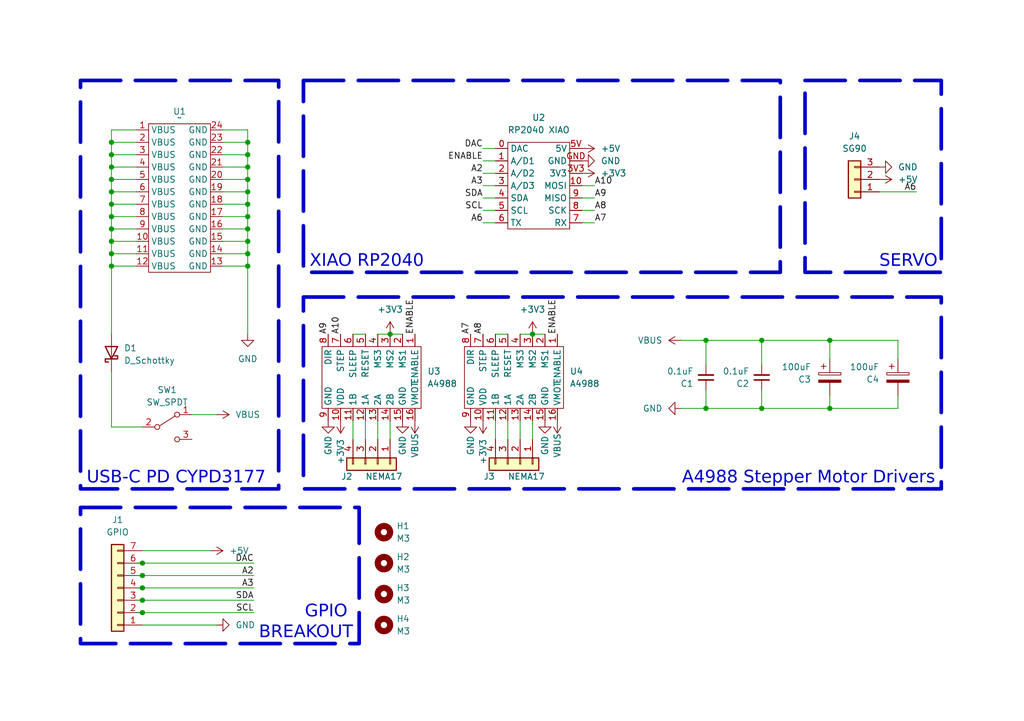
<source format=kicad_sch>
(kicad_sch (version 20230121) (generator eeschema)
  (paper "A5")
  (title_block (title "Blot Control Board") (date "2023-09-22") (rev "v1.20") (company "Hugo Hu"))
  (lib_symbols
    (symbol "Blot:A4988"
      (property "Reference" "U" (at 0 0 0))
      (property "Value" "A4988" (at 0 0 0))
      (symbol "A4988_0_1"
        (rectangle (start -6.35 -1.27) (end 6.35 -21.59))
      )
      (symbol "A4988_1_1"
        (pin input line (at -8.89 -2.54 0) (length 2.54) (name "ENABLE") (number "1"))
        (pin input line (at 8.89 -17.78 180) (length 2.54) (name "VDD") (number "10"))
        (pin input line (at 8.89 -15.24 180) (length 2.54) (name "1B") (number "11"))
        (pin input line (at 8.89 -12.7 180) (length 2.54) (name "1A") (number "12"))
        (pin input line (at 8.89 -10.16 180) (length 2.54) (name "2A") (number "13"))
        (pin input line (at 8.89 -7.62 180) (length 2.54) (name "2B") (number "14"))
        (pin input line (at 8.89 -5.08 180) (length 2.54) (name "GND") (number "15"))
        (pin input line (at 8.89 -2.54 180) (length 2.54) (name "VMOT") (number "16"))
        (pin input line (at -8.89 -5.08 0) (length 2.54) (name "MS1") (number "2"))
        (pin input line (at -8.89 -7.62 0) (length 2.54) (name "MS2") (number "3"))
        (pin input line (at -8.89 -10.16 0) (length 2.54) (name "MS3") (number "4"))
        (pin input line (at -8.89 -12.7 0) (length 2.54) (name "RESET") (number "5"))
        (pin input line (at -8.89 -15.24 0) (length 2.54) (name "SLEEP") (number "6"))
        (pin input line (at -8.89 -17.78 0) (length 2.54) (name "STEP") (number "7"))
        (pin input line (at -8.89 -20.32 0) (length 2.54) (name "DIR") (number "8"))
        (pin input line (at 8.89 -20.32 180) (length 2.54) (name "GND") (number "9"))
      )
    )
    (symbol "Blot:XIAO_RP2040"
      (property "Reference" "U" (at 0 0 0))
      (property "Value" "RP2040 XIAO" (at 0 0 0))
      (symbol "XIAO_RP2040_0_1"
        (rectangle (start -6.35 -1.27) (end 6.35 -19.05))
      )
      (symbol "XIAO_RP2040_1_1"
        (pin input line (at -8.89 -2.54 0) (length 2.54) (name "DAC") (number "0"))
        (pin input line (at -8.89 -5.08 0) (length 2.54) (name "A/D1") (number "1"))
        (pin input line (at 8.89 -10.16 180) (length 2.54) (name "MOSI") (number "10"))
        (pin input line (at -8.89 -7.62 0) (length 2.54) (name "A/D2") (number "2"))
        (pin input line (at -8.89 -10.16 0) (length 2.54) (name "A/D3") (number "3"))
        (pin input line (at 8.89 -7.62 180) (length 2.54) (name "3V3") (number "3V3"))
        (pin input line (at -8.89 -12.7 0) (length 2.54) (name "SDA") (number "4"))
        (pin input line (at -8.89 -15.24 0) (length 2.54) (name "SCL") (number "5"))
        (pin input line (at 8.89 -2.54 180) (length 2.54) (name "5V") (number "5V"))
        (pin input line (at -8.89 -17.78 0) (length 2.54) (name "TX") (number "6"))
        (pin input line (at 8.89 -17.78 180) (length 2.54) (name "RX") (number "7"))
        (pin input line (at 8.89 -15.24 180) (length 2.54) (name "SCK") (number "8"))
        (pin input line (at 8.89 -12.7 180) (length 2.54) (name "MISO") (number "9"))
        (pin input line (at 8.89 -5.08 180) (length 2.54) (name "GND") (number "GND"))
      )
    )
    (symbol "Connector_Generic:Conn_01x03" (pin_names (offset 1.016) hide)
      (property "Reference" "J" (at 0 5.08 0))
      (property "Value" "Conn_01x03" (at 0 -5.08 0))
      (symbol "Conn_01x03_1_1"
        (rectangle (start -1.27 -2.413) (end 0 -2.667) (stroke (width 0.1524)))
        (rectangle (start -1.27 0.127) (end 0 -0.127) (stroke (width 0.1524)))
        (rectangle (start -1.27 2.667) (end 0 2.413) (stroke (width 0.1524)))
        (rectangle (start -1.27 3.81) (end 1.27 -3.81) (stroke (width 0.254)) (fill (type background)))
        (pin passive line (at -5.08 2.54 0) (length 3.81) (name "Pin_1") (number "1"))
        (pin passive line (at -5.08 0 0) (length 3.81) (name "Pin_2") (number "2"))
        (pin passive line (at -5.08 -2.54 0) (length 3.81) (name "Pin_3") (number "3"))
      )
    )
    (symbol "Connector_Generic:Conn_01x04" (pin_names (offset 1.016) hide)
      (property "Reference" "J" (at 0 5.08 0))
      (property "Value" "Conn_01x04" (at 0 -7.62 0))
      (symbol "Conn_01x04_1_1"
        (rectangle (start -1.27 -4.953) (end 0 -5.207) (stroke (width 0.1524)))
        (rectangle (start -1.27 -2.413) (end 0 -2.667) (stroke (width 0.1524)))
        (rectangle (start -1.27 0.127) (end 0 -0.127) (stroke (width 0.1524)))
        (rectangle (start -1.27 2.667) (end 0 2.413) (stroke (width 0.1524)))
        (rectangle (start -1.27 3.81) (end 1.27 -6.35) (stroke (width 0.254)) (fill (type background)))
        (pin passive line (at -5.08 2.54 0) (length 3.81) (name "Pin_1") (number "1"))
        (pin passive line (at -5.08 0 0) (length 3.81) (name "Pin_2") (number "2"))
        (pin passive line (at -5.08 -2.54 0) (length 3.81) (name "Pin_3") (number "3"))
        (pin passive line (at -5.08 -5.08 0) (length 3.81) (name "Pin_4") (number "4"))
      )
    )
    (symbol "Connector_Generic:Conn_01x07" (pin_names (offset 1.016) hide)
      (property "Reference" "J" (at 0 10.16 0))
      (property "Value" "Conn_01x07" (at 0 -10.16 0))
      (symbol "Conn_01x07_1_1"
        (rectangle (start -1.27 -7.493) (end 0 -7.747) (stroke (width 0.1524)))
        (rectangle (start -1.27 -4.953) (end 0 -5.207) (stroke (width 0.1524)))
        (rectangle (start -1.27 -2.413) (end 0 -2.667) (stroke (width 0.1524)))
        (rectangle (start -1.27 0.127) (end 0 -0.127) (stroke (width 0.1524)))
        (rectangle (start -1.27 2.667) (end 0 2.413) (stroke (width 0.1524)))
        (rectangle (start -1.27 5.207) (end 0 4.953) (stroke (width 0.1524)))
        (rectangle (start -1.27 7.747) (end 0 7.493) (stroke (width 0.1524)))
        (rectangle (start -1.27 8.89) (end 1.27 -8.89) (stroke (width 0.254)) (fill (type background)))
        (pin passive line (at -5.08 7.62 0) (length 3.81) (name "Pin_1") (number "1"))
        (pin passive line (at -5.08 5.08 0) (length 3.81) (name "Pin_2") (number "2"))
        (pin passive line (at -5.08 2.54 0) (length 3.81) (name "Pin_3") (number "3"))
        (pin passive line (at -5.08 0 0) (length 3.81) (name "Pin_4") (number "4"))
        (pin passive line (at -5.08 -2.54 0) (length 3.81) (name "Pin_5") (number "5"))
        (pin passive line (at -5.08 -5.08 0) (length 3.81) (name "Pin_6") (number "6"))
        (pin passive line (at -5.08 -7.62 0) (length 3.81) (name "Pin_7") (number "7"))
      )
    )
    (symbol "Device:C_Polarized" (pin_numbers hide) (pin_names (offset 0.254))
      (property "Reference" "C" (at 0.635 2.54 0))
      (property "Value" "C_Polarized" (at 0.635 -2.54 0))
      (symbol "C_Polarized_0_1"
        (rectangle (start -2.286 0.508) (end 2.286 1.016))
        (polyline (pts (xy -1.778 2.286) (xy -0.762 2.286)))
        (polyline (pts (xy -1.27 2.794) (xy -1.27 1.778)))
        (rectangle (start 2.286 -0.508) (end -2.286 -1.016) (fill (type outline)))
      )
      (symbol "C_Polarized_1_1"
        (pin passive line (at 0 3.81 270) (length 2.794) (name "~") (number "1"))
        (pin passive line (at 0 -3.81 90) (length 2.794) (name "~") (number "2"))
      )
    )
    (symbol "Device:C_Small" (pin_numbers hide) (pin_names (offset 0.254) hide)
      (property "Reference" "C" (at 0.254 1.778 0))
      (property "Value" "C_Small" (at 0.254 -2.032 0))
      (symbol "C_Small_0_1"
        (polyline (pts (xy -1.524 -0.508) (xy 1.524 -0.508)) (stroke (width 0.3302)))
        (polyline (pts (xy -1.524 0.508) (xy 1.524 0.508)) (stroke (width 0.3048)))
      )
      (symbol "C_Small_1_1"
        (pin passive line (at 0 2.54 270) (length 2.032) (name "~") (number "1"))
        (pin passive line (at 0 -2.54 90) (length 2.032) (name "~") (number "2"))
      )
    )
    (symbol "Device:D_Schottky" (pin_numbers hide) (pin_names (offset 1.016) hide)
      (property "Reference" "D" (at 0 2.54 0))
      (property "Value" "D_Schottky" (at 0 -2.54 0))
      (symbol "D_Schottky_0_1"
        (polyline (pts (xy 1.27 0) (xy -1.27 0)))
        (polyline (pts (xy 1.27 1.27) (xy 1.27 -1.27) (xy -1.27 0) (xy 1.27 1.27)) (stroke (width 0.254)))
        (polyline (pts (xy -1.905 0.635) (xy -1.905 1.27) (xy -1.27 1.27) (xy -1.27 -1.27) (xy -0.635 -1.27) (xy -0.635 -0.635)) (stroke (width 0.254)))
      )
      (symbol "D_Schottky_1_1"
        (pin passive line (at -3.81 0 0) (length 2.54) (name "K") (number "1"))
        (pin passive line (at 3.81 0 180) (length 2.54) (name "A") (number "2"))
      )
    )
    (symbol "Mechanical:MountingHole" (pin_names (offset 1.016))
      (property "Reference" "H" (at 0 5.08 0))
      (property "Value" "MountingHole" (at 0 3.175 0))
      (symbol "MountingHole_0_1"
        (circle (center 0 0) (radius 1.27) (stroke (width 1.27)))
      )
    )
    (symbol "Switch:SW_SPDT" (pin_names (offset 0) hide)
      (property "Reference" "SW" (at 0 4.318 0))
      (property "Value" "SW_SPDT" (at 0 -5.08 0))
      (symbol "SW_SPDT_0_0"
        (circle (center -2.032 0) (radius 0.508))
        (circle (center 2.032 -2.54) (radius 0.508))
      )
      (symbol "SW_SPDT_0_1"
        (polyline (pts (xy -1.524 0.254) (xy 1.651 2.286)))
        (circle (center 2.032 2.54) (radius 0.508))
      )
      (symbol "SW_SPDT_1_1"
        (pin passive line (at 5.08 2.54 180) (length 2.54) (name "A") (number "1"))
        (pin passive line (at -5.08 0 0) (length 2.54) (name "B") (number "2"))
        (pin passive line (at 5.08 -2.54 180) (length 2.54) (name "C") (number "3"))
      )
    )
    (symbol "blot:USB-C_PD"
      (property "Reference" "U" (at 0 0 0))
      (symbol "USB-C_PD_0_1"
        (rectangle (start -6.35 -1.27) (end 6.35 -31.75))
      )
      (symbol "USB-C_PD_1_1"
        (pin input line (at -8.89 -2.54 0) (length 2.54) (name "VBUS") (number "1"))
        (pin input line (at -8.89 -25.4 0) (length 2.54) (name "VBUS") (number "10"))
        (pin input line (at -8.89 -27.94 0) (length 2.54) (name "VBUS") (number "11"))
        (pin input line (at -8.89 -30.48 0) (length 2.54) (name "VBUS") (number "12"))
        (pin input line (at 8.89 -30.48 180) (length 2.54) (name "GND") (number "13"))
        (pin input line (at 8.89 -27.94 180) (length 2.54) (name "GND") (number "14"))
        (pin input line (at 8.89 -25.4 180) (length 2.54) (name "GND") (number "15"))
        (pin input line (at 8.89 -22.86 180) (length 2.54) (name "GND") (number "16"))
        (pin input line (at 8.89 -20.32 180) (length 2.54) (name "GND") (number "17"))
        (pin input line (at 8.89 -17.78 180) (length 2.54) (name "GND") (number "18"))
        (pin input line (at 8.89 -15.24 180) (length 2.54) (name "GND") (number "19"))
        (pin input line (at -8.89 -5.08 0) (length 2.54) (name "VBUS") (number "2"))
        (pin input line (at 8.89 -12.7 180) (length 2.54) (name "GND") (number "20"))
        (pin input line (at 8.89 -10.16 180) (length 2.54) (name "GND") (number "21"))
        (pin input line (at 8.89 -7.62 180) (length 2.54) (name "GND") (number "22"))
        (pin input line (at 8.89 -5.08 180) (length 2.54) (name "GND") (number "23"))
        (pin input line (at 8.89 -2.54 180) (length 2.54) (name "GND") (number "24"))
        (pin input line (at -8.89 -7.62 0) (length 2.54) (name "VBUS") (number "3"))
        (pin input line (at -8.89 -10.16 0) (length 2.54) (name "VBUS") (number "4"))
        (pin input line (at -8.89 -12.7 0) (length 2.54) (name "VBUS") (number "5"))
        (pin input line (at -8.89 -15.24 0) (length 2.54) (name "VBUS") (number "6"))
        (pin input line (at -8.89 -17.78 0) (length 2.54) (name "VBUS") (number "7"))
        (pin input line (at -8.89 -20.32 0) (length 2.54) (name "VBUS") (number "8"))
        (pin input line (at -8.89 -22.86 0) (length 2.54) (name "VBUS") (number "9"))
      )
    )
    (symbol "power:+3V3" (power) (pin_names (offset 0))
      (property "Value" "+3V3" (at 0 3.556 0))
      (symbol "+3V3_0_1"
        (polyline (pts (xy -0.762 1.27) (xy 0 2.54)))
        (polyline (pts (xy 0 0) (xy 0 2.54)))
        (polyline (pts (xy 0 2.54) (xy 0.762 1.27)))
      )
      (symbol "+3V3_1_1"
        (pin power_in line (at 0 0 90) (length 0) hide (name "+3V3") (number "1"))
      )
    )
    (symbol "power:+5V" (power) (pin_names (offset 0))
      (property "Value" "+5V" (at 0 3.556 0))
      (symbol "+5V_0_1"
        (polyline (pts (xy -0.762 1.27) (xy 0 2.54)))
        (polyline (pts (xy 0 0) (xy 0 2.54)))
        (polyline (pts (xy 0 2.54) (xy 0.762 1.27)))
      )
      (symbol "+5V_1_1"
        (pin power_in line (at 0 0 90) (length 0) hide (name "+5V") (number "1"))
      )
    )
    (symbol "power:GND" (power) (pin_names (offset 0))
      (property "Value" "GND" (at 0 -3.81 0))
      (symbol "GND_0_1"
        (polyline (pts (xy 0 0) (xy 0 -1.27) (xy 1.27 -1.27) (xy 0 -2.54) (xy -1.27 -1.27) (xy 0 -1.27)))
      )
      (symbol "GND_1_1"
        (pin power_in line (at 0 0 270) (length 0) hide (name "GND") (number "1"))
      )
    )
    (symbol "power:VBUS" (power) (pin_names (offset 0))
      (property "Value" "VBUS" (at 0 3.81 0))
      (symbol "VBUS_0_1"
        (polyline (pts (xy -0.762 1.27) (xy 0 2.54)))
        (polyline (pts (xy 0 0) (xy 0 2.54)))
        (polyline (pts (xy 0 2.54) (xy 0.762 1.27)))
      )
      (symbol "VBUS_1_1"
        (pin power_in line (at 0 0 90) (length 0) hide (name "VBUS") (number "1"))
      )
    )
  )
  (junction (at 170.18 83.82))
  (junction (at 50.8 54.61))
  (junction (at 50.8 36.83))
  (junction (at 156.21 83.82))
  (junction (at 156.21 69.85))
  (junction (at 50.8 29.21))
  (junction (at 22.86 39.37))
  (junction (at 29.21 120.65))
  (junction (at 29.21 118.11))
  (junction (at 22.86 54.61))
  (junction (at 22.86 31.75))
  (junction (at 22.86 46.99))
  (junction (at 29.21 115.57))
  (junction (at 50.8 39.37))
  (junction (at 109.22 68.58))
  (junction (at 22.86 44.45))
  (junction (at 144.78 83.82))
  (junction (at 50.8 46.99))
  (junction (at 170.18 69.85))
  (junction (at 50.8 52.07))
  (junction (at 22.86 41.91))
  (junction (at 29.21 125.73))
  (junction (at 50.8 41.91))
  (junction (at 29.21 123.19))
  (junction (at 50.8 34.29))
  (junction (at 22.86 29.21))
  (junction (at 22.86 49.53))
  (junction (at 50.8 44.45))
  (junction (at 22.86 52.07))
  (junction (at 50.8 31.75))
  (junction (at 144.78 69.85))
  (junction (at 80.01 68.58))
  (junction (at 50.8 49.53))
  (junction (at 22.86 34.29))
  (junction (at 22.86 36.83))
  (wire (pts (xy 72.39 68.58) (xy 74.93 68.58)))
  (wire (pts (xy 187.96 39.37) (xy 180.34 39.37)))
  (wire (pts (xy 101.6 68.58) (xy 104.14 68.58)))
  (wire (pts (xy 50.8 41.91) (xy 45.72 41.91)))
  (wire (pts (xy 106.68 86.36) (xy 106.68 90.17)))
  (wire (pts (xy 101.6 86.36) (xy 101.6 90.17)))
  (wire (pts (xy 156.21 83.82) (xy 170.18 83.82)))
  (wire (pts (xy 50.8 54.61) (xy 50.8 68.58)))
  (wire (pts (xy 144.78 83.82) (xy 139.7 83.82)))
  (wire (pts (xy 50.8 34.29) (xy 50.8 31.75)))
  (wire (pts (xy 22.86 52.07) (xy 22.86 54.61)))
  (wire (pts (xy 22.86 54.61) (xy 27.94 54.61)))
  (wire (pts (xy 27.94 123.19) (xy 29.21 123.19)))
  (wire (pts (xy 99.06 35.56) (xy 101.6 35.56)))
  (wire (pts (xy 80.01 68.58) (xy 82.55 68.58)))
  (wire (pts (xy 184.15 69.85) (xy 170.18 69.85)))
  (wire (pts (xy 50.8 31.75) (xy 50.8 29.21)))
  (wire (pts (xy 22.86 26.67) (xy 22.86 29.21)))
  (wire (pts (xy 50.8 34.29) (xy 45.72 34.29)))
  (wire (pts (xy 109.22 86.36) (xy 109.22 90.17)))
  (wire (pts (xy 99.06 38.1) (xy 101.6 38.1)))
  (wire (pts (xy 50.8 36.83) (xy 50.8 34.29)))
  (wire (pts (xy 22.86 31.75) (xy 22.86 34.29)))
  (wire (pts (xy 50.8 26.67) (xy 45.72 26.67)))
  (wire (pts (xy 121.92 38.1) (xy 119.38 38.1)))
  (wire (pts (xy 156.21 69.85) (xy 144.78 69.85)))
  (wire (pts (xy 50.8 46.99) (xy 45.72 46.99)))
  (wire (pts (xy 29.21 115.57) (xy 52.07 115.57)))
  (wire (pts (xy 106.68 68.58) (xy 109.22 68.58)))
  (wire (pts (xy 22.86 31.75) (xy 27.94 31.75)))
  (wire (pts (xy 22.86 29.21) (xy 22.86 31.75)))
  (wire (pts (xy 50.8 29.21) (xy 45.72 29.21)))
  (wire (pts (xy 29.21 123.19) (xy 52.07 123.19)))
  (wire (pts (xy 22.86 87.63) (xy 29.21 87.63)))
  (wire (pts (xy 99.06 33.02) (xy 101.6 33.02)))
  (wire (pts (xy 29.21 125.73) (xy 52.07 125.73)))
  (wire (pts (xy 121.92 45.72) (xy 119.38 45.72)))
  (wire (pts (xy 50.8 46.99) (xy 50.8 49.53)))
  (wire (pts (xy 99.06 30.48) (xy 101.6 30.48)))
  (wire (pts (xy 77.47 68.58) (xy 80.01 68.58)))
  (wire (pts (xy 22.86 39.37) (xy 22.86 41.91)))
  (wire (pts (xy 22.86 49.53) (xy 27.94 49.53)))
  (wire (pts (xy 50.8 44.45) (xy 50.8 46.99)))
  (wire (pts (xy 50.8 39.37) (xy 45.72 39.37)))
  (wire (pts (xy 50.8 29.21) (xy 50.8 26.67)))
  (wire (pts (xy 22.86 76.2) (xy 22.86 87.63)))
  (wire (pts (xy 22.86 26.67) (xy 27.94 26.67)))
  (wire (pts (xy 50.8 44.45) (xy 45.72 44.45)))
  (wire (pts (xy 109.22 68.58) (xy 111.76 68.58)))
  (wire (pts (xy 170.18 69.85) (xy 156.21 69.85)))
  (wire (pts (xy 121.92 40.64) (xy 119.38 40.64)))
  (wire (pts (xy 22.86 36.83) (xy 27.94 36.83)))
  (wire (pts (xy 156.21 83.82) (xy 156.21 80.01)))
  (wire (pts (xy 156.21 74.93) (xy 156.21 69.85)))
  (wire (pts (xy 99.06 40.64) (xy 101.6 40.64)))
  (wire (pts (xy 22.86 54.61) (xy 22.86 68.58)))
  (wire (pts (xy 170.18 73.66) (xy 170.18 69.85)))
  (wire (pts (xy 50.8 49.53) (xy 50.8 52.07)))
  (wire (pts (xy 121.92 43.18) (xy 119.38 43.18)))
  (wire (pts (xy 22.86 46.99) (xy 27.94 46.99)))
  (wire (pts (xy 170.18 83.82) (xy 170.18 81.28)))
  (wire (pts (xy 27.94 125.73) (xy 29.21 125.73)))
  (wire (pts (xy 22.86 41.91) (xy 27.94 41.91)))
  (wire (pts (xy 50.8 36.83) (xy 50.8 39.37)))
  (wire (pts (xy 22.86 52.07) (xy 27.94 52.07)))
  (wire (pts (xy 50.8 31.75) (xy 45.72 31.75)))
  (wire (pts (xy 74.93 86.36) (xy 74.93 90.17)))
  (wire (pts (xy 144.78 69.85) (xy 139.7 69.85)))
  (wire (pts (xy 22.86 44.45) (xy 22.86 46.99)))
  (wire (pts (xy 144.78 80.01) (xy 144.78 83.82)))
  (wire (pts (xy 22.86 46.99) (xy 22.86 49.53)))
  (wire (pts (xy 144.78 83.82) (xy 156.21 83.82)))
  (wire (pts (xy 99.06 45.72) (xy 101.6 45.72)))
  (wire (pts (xy 72.39 86.36) (xy 72.39 90.17)))
  (wire (pts (xy 22.86 41.91) (xy 22.86 44.45)))
  (wire (pts (xy 22.86 29.21) (xy 27.94 29.21)))
  (wire (pts (xy 50.8 54.61) (xy 45.72 54.61)))
  (wire (pts (xy 39.37 85.09) (xy 44.45 85.09)))
  (wire (pts (xy 104.14 86.36) (xy 104.14 90.17)))
  (wire (pts (xy 45.72 52.07) (xy 50.8 52.07)))
  (wire (pts (xy 50.8 41.91) (xy 50.8 44.45)))
  (wire (pts (xy 77.47 86.36) (xy 77.47 90.17)))
  (wire (pts (xy 29.21 120.65) (xy 52.07 120.65)))
  (wire (pts (xy 144.78 69.85) (xy 144.78 74.93)))
  (wire (pts (xy 22.86 49.53) (xy 22.86 52.07)))
  (wire (pts (xy 29.21 113.03) (xy 43.18 113.03)))
  (wire (pts (xy 27.94 120.65) (xy 29.21 120.65)))
  (wire (pts (xy 29.21 128.27) (xy 44.45 128.27)))
  (wire (pts (xy 22.86 34.29) (xy 22.86 36.83)))
  (wire (pts (xy 50.8 39.37) (xy 50.8 41.91)))
  (wire (pts (xy 170.18 83.82) (xy 184.15 83.82)))
  (wire (pts (xy 50.8 52.07) (xy 50.8 54.61)))
  (wire (pts (xy 22.86 39.37) (xy 27.94 39.37)))
  (wire (pts (xy 184.15 73.66) (xy 184.15 69.85)))
  (wire (pts (xy 22.86 34.29) (xy 27.94 34.29)))
  (wire (pts (xy 184.15 83.82) (xy 184.15 81.28)))
  (wire (pts (xy 22.86 44.45) (xy 27.94 44.45)))
  (wire (pts (xy 29.21 118.11) (xy 52.07 118.11)))
  (wire (pts (xy 27.94 118.11) (xy 29.21 118.11)))
  (wire (pts (xy 45.72 49.53) (xy 50.8 49.53)))
  (wire (pts (xy 22.86 36.83) (xy 22.86 39.37)))
  (wire (pts (xy 27.94 115.57) (xy 29.21 115.57)))
  (wire (pts (xy 99.06 43.18) (xy 101.6 43.18)))
  (wire (pts (xy 50.8 36.83) (xy 45.72 36.83)))
  (wire (pts (xy 80.01 86.36) (xy 80.01 90.17)))
  (rectangle (start 16.51 104.14) (end 73.66 132.08) (stroke (width 0.75) (type dash)))
  (rectangle (start 165.1 16.51) (end 193.04 55.88) (stroke (width 0.75) (type dash)))
  (rectangle (start 16.51 16.51) (end 57.15 100.33) (stroke (width 0.75) (type dash)))
  (rectangle (start 62.23 16.51) (end 160.02 55.88) (stroke (width 0.75) (type dash)))
  (rectangle (start 62.23 60.96) (end 193.04 100.33) (stroke (width 0.75) (type dash)))
  (text "USB-C PD CYPD3177\n" (at 17.78 100.33 0) (effects (font (size 2.54 2.54)) (justify left bottom)))
  (text "SERVO\n" (at 180.34 55.88 0) (effects (font (size 2.54 2.54)) (justify left bottom)))
  (text "A4988 Stepper Motor Drivers\n" (at 191.77 100.33 0) (effects (font (size 2.54 2.54)) (justify right bottom)))
  (text "XIAO RP2040\n" (at 63.5 55.88 0) (effects (font (size 2.54 2.54)) (justify left bottom)))
  (text "GPIO \nBREAKOUT" (at 72.39 132.08 0) (effects (font (size 2.54 2.54)) (justify right bottom)))
  (label "A9" (at 121.92 40.64 0))
  (label "ENABLE" (at 114.3 68.58 90))
  (label "SCL" (at 52.07 125.73 180))
  (label "A7" (at 96.52 68.58 90))
  (label "A6" (at 187.96 39.37 180))
  (label "A3" (at 99.06 38.1 180))
  (label "ENABLE" (at 85.09 68.58 90))
  (label "A2" (at 99.06 35.56 180))
  (label "DAC" (at 99.06 30.48 180))
  (label "SCL" (at 99.06 43.18 180))
  (label "SDA" (at 52.07 123.19 180))
  (label "A8" (at 121.92 43.18 0))
  (label "A3" (at 52.07 120.65 180))
  (label "SDA" (at 99.06 40.64 180))
  (label "A8" (at 99.06 68.58 90))
  (label "ENABLE" (at 99.06 33.02 180))
  (label "A10" (at 121.92 38.1 0))
  (label "A10" (at 69.85 68.58 90))
  (label "DAC" (at 52.07 115.57 180))
  (label "A6" (at 99.06 45.72 180))
  (label "A2" (at 52.07 118.11 180))
  (label "A7" (at 121.92 45.72 0))
  (label "A9" (at 67.31 68.58 90))
  (symbol (lib_id "Switch:SW_SPDT") (at 34.29 87.63 0) (unit 1)
    (property "Reference" "SW1" (at 34.29 80.01 0))
    (property "Value" "SW_SPDT" (at 34.29 82.55 0))
    (property "Footprint" "Blot:SWITCH_011CQN" (effects hide))
  )
  (symbol (lib_id "power:GND") (at 119.38 33.02 90) (unit 1)
    (property "Reference" "#PWR010" (effects hide))
    (property "Value" "GND" (at 123.19 33.02 90) (effects (justify right)))
  )
  (symbol (lib_id "Blot:XIAO_RP2040") (at 110.49 27.94 0) (unit 1)
    (property "Reference" "U2" (at 110.49 24.13 0))
    (property "Value" "RP2040 XIAO" (at 110.49 26.67 0))
    (property "Footprint" "Blot:QTPYXIAORP2040" (effects hide))
  )
  (symbol (lib_id "Device:C_Polarized") (at 170.18 77.47 0) (unit 1)
    (property "Reference" "C3" (at 166.37 77.851 0) (effects (justify right)))
    (property "Value" "100uF" (at 166.37 75.311 0) (effects (justify right)))
    (property "Footprint" "Capacitor_THT:CP_Radial_D6.3mm_P2.50mm" (effects hide))
  )
  (symbol (lib_id "power:+5V") (at 119.38 30.48 270) (unit 1)
    (property "Reference" "#PWR09" (effects hide))
    (property "Value" "+5V" (at 123.19 30.48 90) (effects (justify left)))
  )
  (symbol (lib_id "power:+3V3") (at 119.38 35.56 270) (unit 1)
    (property "Reference" "#PWR011" (effects hide))
    (property "Value" "+3V3" (at 123.19 35.56 90) (effects (justify left)))
  )
  (symbol (lib_id "power:GND") (at 96.52 86.36 0) (unit 1)
    (property "Reference" "#PWR012" (effects hide))
    (property "Value" "GND" (at 96.52 91.44 90))
  )
  (symbol (lib_id "Connector_Generic:Conn_01x04") (at 77.47 95.25 270) (unit 1)
    (property "Reference" "J2" (at 71.12 97.79 90))
    (property "Value" "NEMA17" (at 78.74 97.79 90))
    (property "Footprint" "Connector_PinHeader_2.54mm:PinHeader_1x04_P2.54mm_Vertical" (effects hide))
  )
  (symbol (lib_id "power:GND") (at 180.34 34.29 90) (unit 1)
    (property "Reference" "#PWR019" (effects hide))
    (property "Value" "GND" (at 184.15 34.29 90) (effects (justify right)))
  )
  (symbol (lib_id "Mechanical:MountingHole") (at 78.74 109.22 0) (unit 1)
    (property "Reference" "H1" (at 81.28 107.95 0) (effects (justify left)))
    (property "Value" "M3" (at 81.28 110.49 0) (effects (justify left)))
    (property "Footprint" "MountingHole:MountingHole_3.2mm_M3" (effects hide))
  )
  (symbol (lib_id "power:GND") (at 111.76 86.36 0) (unit 1)
    (property "Reference" "#PWR021" (effects hide))
    (property "Value" "GND" (at 111.76 91.44 90))
  )
  (symbol (lib_id "power:+5V") (at 180.34 36.83 270) (unit 1)
    (property "Reference" "#PWR020" (effects hide))
    (property "Value" "+5V" (at 184.15 36.83 90) (effects (justify left)))
  )
  (symbol (lib_id "power:GND") (at 44.45 128.27 90) (unit 1)
    (property "Reference" "#PWR03" (effects hide))
    (property "Value" "GND" (at 48.26 128.27 90) (effects (justify right)))
  )
  (symbol (lib_id "power:GND") (at 67.31 86.36 0) (unit 1)
    (property "Reference" "#PWR05" (effects hide))
    (property "Value" "GND" (at 67.31 91.44 90))
  )
  (symbol (lib_id "Connector_Generic:Conn_01x04") (at 106.68 95.25 270) (unit 1)
    (property "Reference" "J3" (at 100.33 97.79 90))
    (property "Value" "NEMA17" (at 107.95 97.79 90))
    (property "Footprint" "Connector_PinHeader_2.54mm:PinHeader_1x04_P2.54mm_Vertical" (effects hide))
  )
  (symbol (lib_id "Mechanical:MountingHole") (at 78.74 128.27 0) (unit 1)
    (property "Reference" "H4" (at 81.28 127 0) (effects (justify left)))
    (property "Value" "M3" (at 81.28 129.54 0) (effects (justify left)))
    (property "Footprint" "MountingHole:MountingHole_3.2mm_M3" (effects hide))
  )
  (symbol (lib_id "Blot:A4988") (at 116.84 77.47 270) (unit 1)
    (property "Reference" "U4" (at 116.84 76.2 90) (effects (justify left)))
    (property "Value" "A4988" (at 116.84 78.74 90) (effects (justify left)))
    (property "Footprint" "Blot:A4988" (effects hide))
  )
  (symbol (lib_id "Mechanical:MountingHole") (at 78.74 115.57 0) (unit 1)
    (property "Reference" "H2" (at 81.28 114.3 0) (effects (justify left)))
    (property "Value" "M3" (at 81.28 116.84 0) (effects (justify left)))
    (property "Footprint" "MountingHole:MountingHole_3.2mm_M3" (effects hide))
  )
  (symbol (lib_id "power:GND") (at 82.55 86.36 0) (unit 1)
    (property "Reference" "#PWR018" (effects hide))
    (property "Value" "GND" (at 82.55 91.44 90))
  )
  (symbol (lib_id "Connector_Generic:Conn_01x03") (at 175.26 36.83 180) (unit 1)
    (property "Reference" "J4" (at 175.26 27.94 0))
    (property "Value" "SG90" (at 175.26 30.48 0))
    (property "Footprint" "Connector_PinHeader_2.54mm:PinHeader_1x03_P2.54mm_Vertical" (effects hide))
  )
  (symbol (lib_id "power:+3V3") (at 80.01 68.58 0) (unit 1)
    (property "Reference" "#PWR07" (effects hide))
    (property "Value" "+3V3" (at 80.01 63.5 0))
  )
  (symbol (lib_id "power:+5V") (at 43.18 113.03 270) (unit 1)
    (property "Reference" "#PWR01" (effects hide))
    (property "Value" "+5V" (at 46.99 113.03 90) (effects (justify left)))
  )
  (symbol (lib_id "power:GND") (at 50.8 68.58 0) (unit 1)
    (property "Reference" "#PWR04" (effects hide))
    (property "Value" "GND" (at 50.8 73.66 0))
  )
  (symbol (lib_id "Connector_Generic:Conn_01x07") (at 24.13 120.65 180) (unit 1)
    (property "Reference" "J1" (at 24.13 106.68 0))
    (property "Value" "GPIO" (at 24.13 109.22 0))
    (property "Footprint" "Connector_PinSocket_2.54mm:PinSocket_1x07_P2.54mm_Vertical" (effects hide))
  )
  (symbol (lib_id "blot:USB-C_PD") (at 36.83 24.13 0) (unit 1)
    (property "Reference" "U1" (at 36.83 22.86 0))
    (property "Value" "~" (at 36.83 24.13 0))
    (property "Footprint" "Blot:USB-C PD" (effects hide))
  )
  (symbol (lib_id "power:+3V3") (at 109.22 68.58 0) (unit 1)
    (property "Reference" "#PWR014" (effects hide))
    (property "Value" "+3V3" (at 109.22 63.5 0))
  )
  (symbol (lib_id "power:VBUS") (at 139.7 69.85 90) (unit 1)
    (property "Reference" "#PWR016" (effects hide))
    (property "Value" "VBUS" (at 135.89 69.85 90) (effects (justify left)))
  )
  (symbol (lib_id "Device:C_Small") (at 144.78 77.47 180) (unit 1)
    (property "Reference" "C1" (at 142.24 78.7337 0) (effects (justify left)))
    (property "Value" "0.1uF" (at 142.24 76.1937 0) (effects (justify left)))
    (property "Footprint" "Capacitor_SMD:C_0805_2012Metric_Pad1.18x1.45mm_HandSolder" (effects hide))
  )
  (symbol (lib_id "power:GND") (at 139.7 83.82 270) (unit 1)
    (property "Reference" "#PWR017" (effects hide))
    (property "Value" "GND" (at 135.89 83.82 90) (effects (justify right)))
  )
  (symbol (lib_id "power:+3V3") (at 69.85 86.36 180) (unit 1)
    (property "Reference" "#PWR06" (effects hide))
    (property "Value" "+3V3" (at 69.85 92.71 90))
  )
  (symbol (lib_id "Device:D_Schottky") (at 22.86 72.39 90) (unit 1)
    (property "Reference" "D1" (at 25.4 71.4375 90) (effects (justify right)))
    (property "Value" "D_Schottky" (at 25.4 73.9775 90) (effects (justify right)))
    (property "Footprint" "Diode_SMD:D_1206_3216Metric_Pad1.42x1.75mm_HandSolder" (effects hide))
  )
  (symbol (lib_id "Blot:A4988") (at 87.63 77.47 270) (unit 1)
    (property "Reference" "U3" (at 87.63 76.2 90) (effects (justify left)))
    (property "Value" "A4988" (at 87.63 78.74 90) (effects (justify left)))
    (property "Footprint" "Blot:A4988" (effects hide))
  )
  (symbol (lib_id "Device:C_Small") (at 156.21 77.47 180) (unit 1)
    (property "Reference" "C2" (at 153.67 78.7337 0) (effects (justify left)))
    (property "Value" "0.1uF" (at 153.67 76.1937 0) (effects (justify left)))
    (property "Footprint" "Capacitor_SMD:C_0805_2012Metric_Pad1.18x1.45mm_HandSolder" (effects hide))
  )
  (symbol (lib_id "Mechanical:MountingHole") (at 78.74 121.92 0) (unit 1)
    (property "Reference" "H3" (at 81.28 120.65 0) (effects (justify left)))
    (property "Value" "M3" (at 81.28 123.19 0) (effects (justify left)))
    (property "Footprint" "MountingHole:MountingHole_3.2mm_M3" (effects hide))
  )
  (symbol (lib_id "power:+3V3") (at 99.06 86.36 180) (unit 1)
    (property "Reference" "#PWR013" (effects hide))
    (property "Value" "+3V3" (at 99.06 92.71 90))
  )
  (symbol (lib_id "power:VBUS") (at 114.3 86.36 180) (unit 1)
    (property "Reference" "#PWR015" (effects hide))
    (property "Value" "VBUS" (at 114.3 91.44 90))
  )
  (symbol (lib_id "Device:C_Polarized") (at 184.15 77.47 0) (unit 1)
    (property "Reference" "C4" (at 180.34 77.851 0) (effects (justify right)))
    (property "Value" "100uF" (at 180.34 75.311 0) (effects (justify right)))
    (property "Footprint" "Capacitor_THT:CP_Radial_D6.3mm_P2.50mm" (effects hide))
  )
  (symbol (lib_id "power:VBUS") (at 85.09 86.36 180) (unit 1)
    (property "Reference" "#PWR08" (effects hide))
    (property "Value" "VBUS" (at 85.09 91.44 90))
  )
  (symbol (lib_id "power:VBUS") (at 44.45 85.09 270) (unit 1)
    (property "Reference" "#PWR02" (effects hide))
    (property "Value" "VBUS" (at 48.26 85.09 90) (effects (justify left)))
  )
)
</source>
